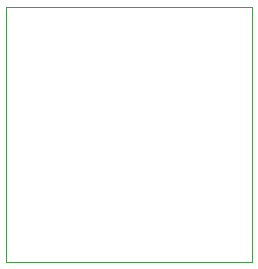
<source format=gbr>
G04 #@! TF.GenerationSoftware,KiCad,Pcbnew,(5.1.6)-1*
G04 #@! TF.CreationDate,2021-11-18T20:59:38-06:00*
G04 #@! TF.ProjectId,RJ45Breakout,524a3435-4272-4656-916b-6f75742e6b69,rev?*
G04 #@! TF.SameCoordinates,Original*
G04 #@! TF.FileFunction,Paste,Bot*
G04 #@! TF.FilePolarity,Positive*
%FSLAX46Y46*%
G04 Gerber Fmt 4.6, Leading zero omitted, Abs format (unit mm)*
G04 Created by KiCad (PCBNEW (5.1.6)-1) date 2021-11-18 20:59:38*
%MOMM*%
%LPD*%
G01*
G04 APERTURE LIST*
G04 #@! TA.AperFunction,Profile*
%ADD10C,0.050000*%
G04 #@! TD*
G04 APERTURE END LIST*
D10*
X140410000Y-114160000D02*
X140410000Y-92530000D01*
X161200000Y-114160000D02*
X140410000Y-114160000D01*
X161190000Y-92530000D02*
X161200000Y-114160000D01*
X140410000Y-92530000D02*
X161190000Y-92530000D01*
M02*

</source>
